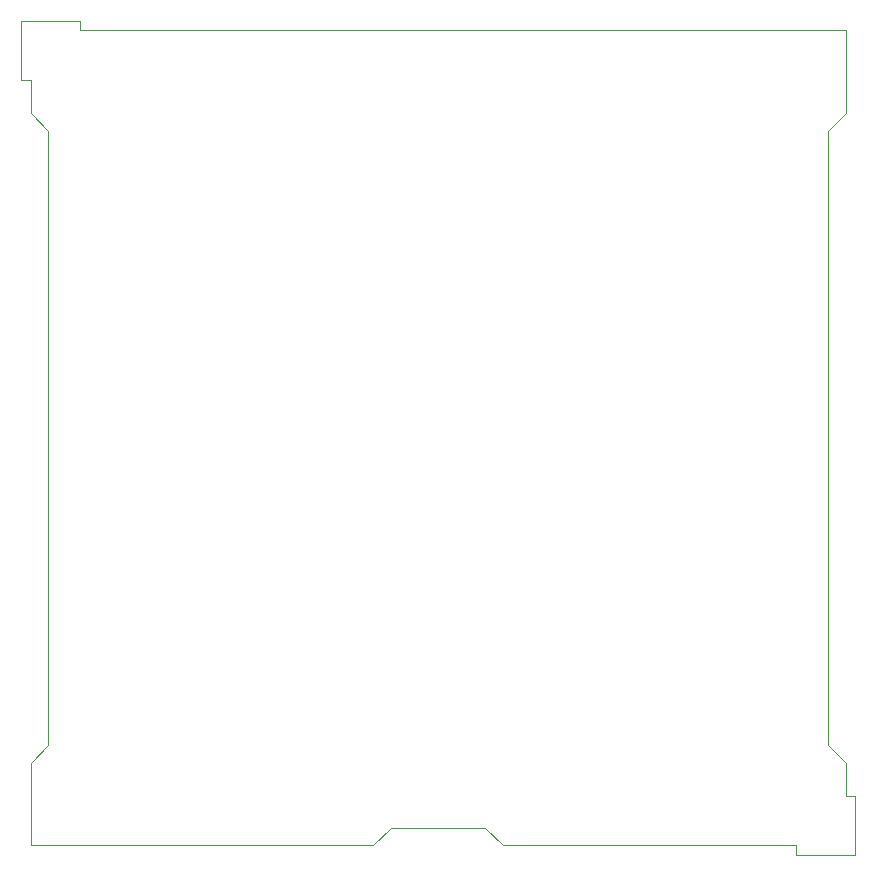
<source format=gbr>
%TF.GenerationSoftware,KiCad,Pcbnew,9.0.2*%
%TF.CreationDate,2025-05-20T18:43:21+03:00*%
%TF.ProjectId,Project_PCB,50726f6a-6563-4745-9f50-43422e6b6963,0*%
%TF.SameCoordinates,Original*%
%TF.FileFunction,Profile,NP*%
%FSLAX46Y46*%
G04 Gerber Fmt 4.6, Leading zero omitted, Abs format (unit mm)*
G04 Created by KiCad (PCBNEW 9.0.2) date 2025-05-20 18:43:21*
%MOMM*%
%LPD*%
G01*
G04 APERTURE LIST*
%TA.AperFunction,Profile*%
%ADD10C,0.050000*%
%TD*%
G04 APERTURE END LIST*
D10*
X40000000Y-69000000D02*
X51000000Y-69000000D01*
X38500000Y-67500000D02*
X40000000Y-69000000D01*
X30500000Y-67500000D02*
X38500000Y-67500000D01*
X29000000Y-69000000D02*
X30500000Y-67500000D01*
X28500000Y-69000000D02*
X29000000Y-69000000D01*
X1500000Y-60500000D02*
X1500000Y-44500000D01*
X0Y-62000000D02*
X1500000Y-60500000D01*
X0Y-63000000D02*
X0Y-62000000D01*
X67500000Y-60500000D02*
X67500000Y-16500000D01*
X69000000Y-62000000D02*
X67500000Y-60500000D01*
X69000000Y-64800000D02*
X69000000Y-62000000D01*
X1500000Y-8500000D02*
X1500000Y-44500000D01*
X0Y-7000000D02*
X1500000Y-8500000D01*
X0Y-6500000D02*
X0Y-7000000D01*
X0Y-6000000D02*
X0Y-6500000D01*
X4600000Y0D02*
X69000000Y0D01*
X28500000Y-69000000D02*
X26000000Y-69000000D01*
X64800000Y-69800000D02*
X64800000Y-69000000D01*
X64800000Y-69000000D02*
X62000000Y-69000000D01*
X69800000Y-69800000D02*
X64800000Y-69800000D01*
X69800000Y-69000000D02*
X69800000Y-69800000D01*
X4200000Y0D02*
X4600000Y0D01*
X26000000Y-69000000D02*
X25000000Y-69000000D01*
X4200000Y800000D02*
X4200000Y0D01*
X69000000Y0D02*
X69000000Y-7000000D01*
X67500000Y-8500000D02*
X67500000Y-16500000D01*
X51000000Y-69000000D02*
X62000000Y-69000000D01*
X0Y-4200000D02*
X0Y-6000000D01*
X0Y-63000000D02*
X0Y-69000000D01*
X0Y-4200000D02*
X-800000Y-4200000D01*
X-800000Y-4200000D02*
X-800000Y800000D01*
X69800000Y-64800000D02*
X69000000Y-64800000D01*
X25000000Y-69000000D02*
X0Y-69000000D01*
X-800000Y800000D02*
X4200000Y800000D01*
X69000000Y-7000000D02*
X67500000Y-8500000D01*
X69800000Y-69000000D02*
X69800000Y-64800000D01*
M02*

</source>
